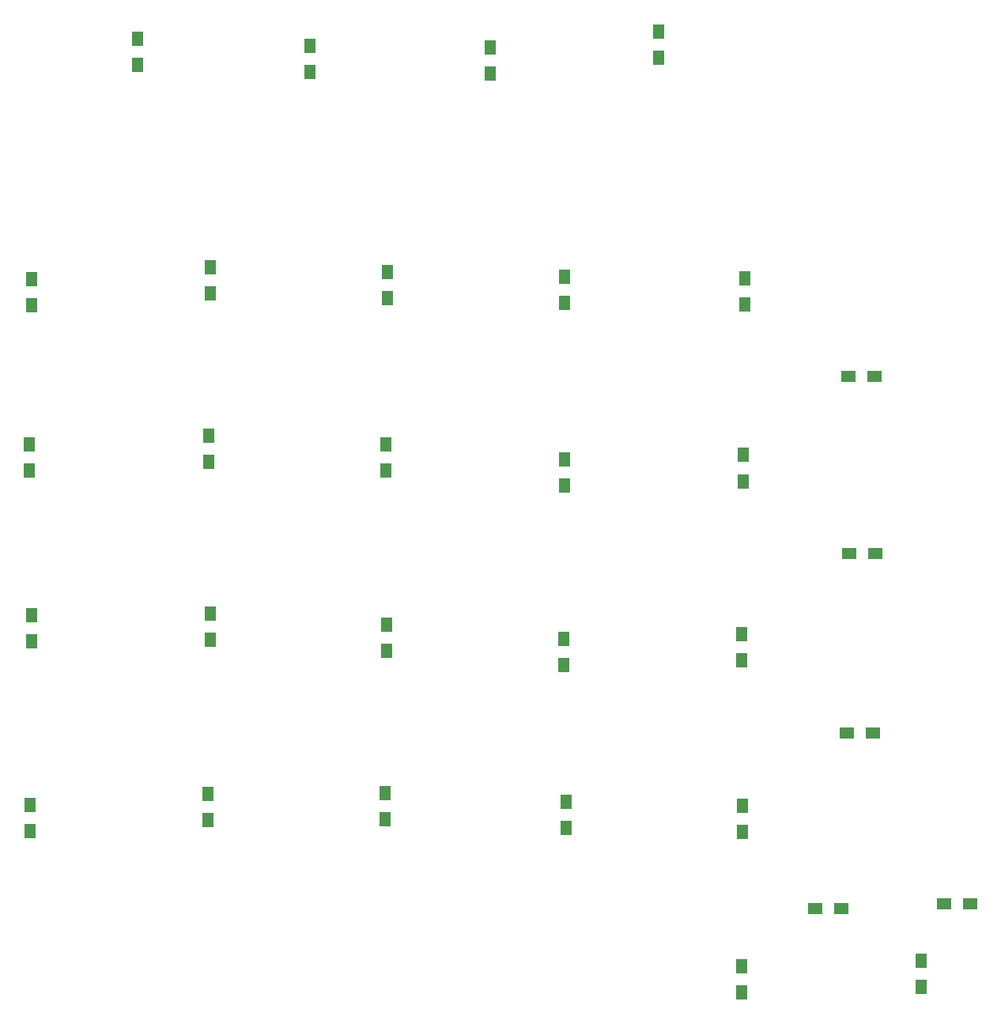
<source format=gbp>
G04 #@! TF.GenerationSoftware,KiCad,Pcbnew,(5.1.5-0-10_14)*
G04 #@! TF.CreationDate,2021-05-07T17:03:44+03:00*
G04 #@! TF.ProjectId,Sotka,536f746b-612e-46b6-9963-61645f706362,rev?*
G04 #@! TF.SameCoordinates,Original*
G04 #@! TF.FileFunction,Paste,Bot*
G04 #@! TF.FilePolarity,Positive*
%FSLAX46Y46*%
G04 Gerber Fmt 4.6, Leading zero omitted, Abs format (unit mm)*
G04 Created by KiCad (PCBNEW (5.1.5-0-10_14)) date 2021-05-07 17:03:44*
%MOMM*%
%LPD*%
G04 APERTURE LIST*
%ADD10R,1.200000X1.600000*%
%ADD11R,1.600000X1.200000*%
G04 APERTURE END LIST*
D10*
X42760000Y-115170000D03*
X42760000Y-112370000D03*
X42690000Y-76570000D03*
X42690000Y-73770000D03*
X42930000Y-94850000D03*
X42930000Y-92050000D03*
X42890000Y-58850000D03*
X42890000Y-56050000D03*
X61820000Y-113980000D03*
X61820000Y-111180000D03*
X61860000Y-75670000D03*
X61860000Y-72870000D03*
X62030000Y-94730000D03*
X62030000Y-91930000D03*
X62020000Y-57650000D03*
X62020000Y-54850000D03*
X80800000Y-113922500D03*
X80800000Y-111122500D03*
X118970000Y-132432500D03*
X118970000Y-129632500D03*
X80830000Y-76542500D03*
X80830000Y-73742500D03*
X80910000Y-95882500D03*
X80910000Y-93082500D03*
X80990000Y-58092500D03*
X80990000Y-55292500D03*
X100120000Y-114885000D03*
X100120000Y-112085000D03*
X138150000Y-131880000D03*
X138150000Y-129080000D03*
X99950000Y-78175000D03*
X99950000Y-75375000D03*
X99940000Y-97375000D03*
X99940000Y-94575000D03*
X99950000Y-58610000D03*
X99950000Y-55810000D03*
X119050000Y-115262500D03*
X119050000Y-112462500D03*
D11*
X140590000Y-123000000D03*
X143390000Y-123000000D03*
D10*
X119140000Y-77722500D03*
X119140000Y-74922500D03*
X118940000Y-96862500D03*
X118940000Y-94062500D03*
X119320000Y-58780000D03*
X119320000Y-55980000D03*
D11*
X126790000Y-123510000D03*
X129590000Y-123510000D03*
X130480000Y-85480000D03*
X133280000Y-85480000D03*
X130200000Y-104680000D03*
X133000000Y-104680000D03*
X130400000Y-66510000D03*
X133200000Y-66510000D03*
D10*
X54240000Y-33180000D03*
X54240000Y-30380000D03*
X72740000Y-33870000D03*
X72740000Y-31070000D03*
X92050000Y-34040000D03*
X92050000Y-31240000D03*
X110080000Y-32400000D03*
X110080000Y-29600000D03*
M02*

</source>
